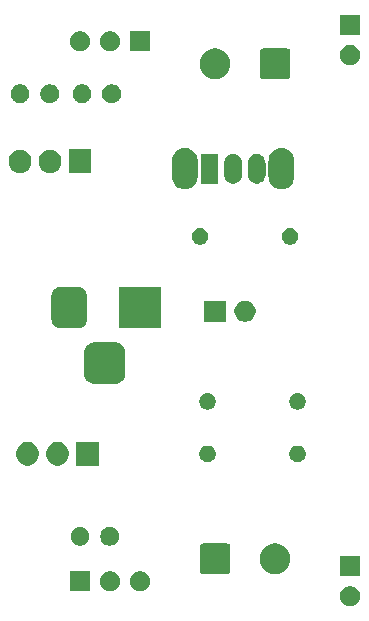
<source format=gbr>
%TF.GenerationSoftware,KiCad,Pcbnew,9.0.2*%
%TF.CreationDate,2025-06-13T20:10:21+08:00*%
%TF.ProjectId,Breadboard Power Supply,42726561-6462-46f6-9172-6420506f7765,1*%
%TF.SameCoordinates,Original*%
%TF.FileFunction,Soldermask,Top*%
%TF.FilePolarity,Negative*%
%FSLAX46Y46*%
G04 Gerber Fmt 4.6, Leading zero omitted, Abs format (unit mm)*
G04 Created by KiCad (PCBNEW 9.0.2) date 2025-06-13 20:10:21*
%MOMM*%
%LPD*%
G01*
G04 APERTURE LIST*
G04 APERTURE END LIST*
G36*
X150741742Y-111576601D02*
G01*
X150895687Y-111640367D01*
X151034234Y-111732941D01*
X151152059Y-111850766D01*
X151244633Y-111989313D01*
X151308399Y-112143258D01*
X151340907Y-112306685D01*
X151340907Y-112473315D01*
X151308399Y-112636742D01*
X151244633Y-112790687D01*
X151152059Y-112929234D01*
X151034234Y-113047059D01*
X150895687Y-113139633D01*
X150741742Y-113203399D01*
X150578315Y-113235907D01*
X150411685Y-113235907D01*
X150248258Y-113203399D01*
X150094313Y-113139633D01*
X149955766Y-113047059D01*
X149837941Y-112929234D01*
X149745367Y-112790687D01*
X149681601Y-112636742D01*
X149649093Y-112473315D01*
X149649093Y-112306685D01*
X149681601Y-112143258D01*
X149745367Y-111989313D01*
X149837941Y-111850766D01*
X149955766Y-111732941D01*
X150094313Y-111640367D01*
X150248258Y-111576601D01*
X150411685Y-111544093D01*
X150578315Y-111544093D01*
X150741742Y-111576601D01*
G37*
G36*
X128485000Y-111975000D02*
G01*
X126785000Y-111975000D01*
X126785000Y-110275000D01*
X128485000Y-110275000D01*
X128485000Y-111975000D01*
G37*
G36*
X130421742Y-110311601D02*
G01*
X130575687Y-110375367D01*
X130714234Y-110467941D01*
X130832059Y-110585766D01*
X130924633Y-110724313D01*
X130988399Y-110878258D01*
X131020907Y-111041685D01*
X131020907Y-111208315D01*
X130988399Y-111371742D01*
X130924633Y-111525687D01*
X130832059Y-111664234D01*
X130714234Y-111782059D01*
X130575687Y-111874633D01*
X130421742Y-111938399D01*
X130258315Y-111970907D01*
X130091685Y-111970907D01*
X129928258Y-111938399D01*
X129774313Y-111874633D01*
X129635766Y-111782059D01*
X129517941Y-111664234D01*
X129425367Y-111525687D01*
X129361601Y-111371742D01*
X129329093Y-111208315D01*
X129329093Y-111041685D01*
X129361601Y-110878258D01*
X129425367Y-110724313D01*
X129517941Y-110585766D01*
X129635766Y-110467941D01*
X129774313Y-110375367D01*
X129928258Y-110311601D01*
X130091685Y-110279093D01*
X130258315Y-110279093D01*
X130421742Y-110311601D01*
G37*
G36*
X132961742Y-110311601D02*
G01*
X133115687Y-110375367D01*
X133254234Y-110467941D01*
X133372059Y-110585766D01*
X133464633Y-110724313D01*
X133528399Y-110878258D01*
X133560907Y-111041685D01*
X133560907Y-111208315D01*
X133528399Y-111371742D01*
X133464633Y-111525687D01*
X133372059Y-111664234D01*
X133254234Y-111782059D01*
X133115687Y-111874633D01*
X132961742Y-111938399D01*
X132798315Y-111970907D01*
X132631685Y-111970907D01*
X132468258Y-111938399D01*
X132314313Y-111874633D01*
X132175766Y-111782059D01*
X132057941Y-111664234D01*
X131965367Y-111525687D01*
X131901601Y-111371742D01*
X131869093Y-111208315D01*
X131869093Y-111041685D01*
X131901601Y-110878258D01*
X131965367Y-110724313D01*
X132057941Y-110585766D01*
X132175766Y-110467941D01*
X132314313Y-110375367D01*
X132468258Y-110311601D01*
X132631685Y-110279093D01*
X132798315Y-110279093D01*
X132961742Y-110311601D01*
G37*
G36*
X151345000Y-110700000D02*
G01*
X149645000Y-110700000D01*
X149645000Y-109000000D01*
X151345000Y-109000000D01*
X151345000Y-110700000D01*
G37*
G36*
X140119850Y-107920964D02*
G01*
X140170040Y-107926787D01*
X140187189Y-107934359D01*
X140210671Y-107939030D01*
X140235810Y-107955827D01*
X140255696Y-107964608D01*
X140269277Y-107978189D01*
X140291777Y-107993223D01*
X140306810Y-108015722D01*
X140320391Y-108029303D01*
X140329170Y-108049186D01*
X140345970Y-108074329D01*
X140350641Y-108097812D01*
X140358212Y-108114959D01*
X140364033Y-108165139D01*
X140365000Y-108170000D01*
X140365000Y-110270000D01*
X140364032Y-110274863D01*
X140358212Y-110325040D01*
X140350641Y-110342185D01*
X140345970Y-110365671D01*
X140329169Y-110390815D01*
X140320391Y-110410696D01*
X140306812Y-110424274D01*
X140291777Y-110446777D01*
X140269274Y-110461812D01*
X140255696Y-110475391D01*
X140235815Y-110484169D01*
X140210671Y-110500970D01*
X140187185Y-110505641D01*
X140170040Y-110513212D01*
X140119861Y-110519032D01*
X140115000Y-110520000D01*
X138015000Y-110520000D01*
X138010138Y-110519032D01*
X137959959Y-110513212D01*
X137942812Y-110505641D01*
X137919329Y-110500970D01*
X137894186Y-110484170D01*
X137874303Y-110475391D01*
X137860722Y-110461810D01*
X137838223Y-110446777D01*
X137823189Y-110424277D01*
X137809608Y-110410696D01*
X137800827Y-110390810D01*
X137784030Y-110365671D01*
X137779359Y-110342189D01*
X137771787Y-110325040D01*
X137765964Y-110274849D01*
X137765000Y-110270000D01*
X137765000Y-108170000D01*
X137765964Y-108165150D01*
X137771787Y-108114959D01*
X137779359Y-108097808D01*
X137784030Y-108074329D01*
X137800826Y-108049191D01*
X137809608Y-108029303D01*
X137823191Y-108015719D01*
X137838223Y-107993223D01*
X137860719Y-107978191D01*
X137874303Y-107964608D01*
X137894191Y-107955826D01*
X137919329Y-107939030D01*
X137942808Y-107934359D01*
X137959959Y-107926787D01*
X138010151Y-107920964D01*
X138015000Y-107920000D01*
X140115000Y-107920000D01*
X140119850Y-107920964D01*
G37*
G36*
X144448479Y-107955919D02*
G01*
X144642488Y-108018957D01*
X144824248Y-108111568D01*
X144989282Y-108231472D01*
X145133528Y-108375718D01*
X145253432Y-108540752D01*
X145346043Y-108722512D01*
X145409081Y-108916521D01*
X145440993Y-109118003D01*
X145440993Y-109321997D01*
X145409081Y-109523479D01*
X145346043Y-109717488D01*
X145253432Y-109899248D01*
X145133528Y-110064282D01*
X144989282Y-110208528D01*
X144824248Y-110328432D01*
X144642488Y-110421043D01*
X144448479Y-110484081D01*
X144246997Y-110515993D01*
X144043003Y-110515993D01*
X143841521Y-110484081D01*
X143647512Y-110421043D01*
X143465752Y-110328432D01*
X143300718Y-110208528D01*
X143156472Y-110064282D01*
X143036568Y-109899248D01*
X142943957Y-109717488D01*
X142880919Y-109523479D01*
X142849007Y-109321997D01*
X142849007Y-109118003D01*
X142880919Y-108916521D01*
X142943957Y-108722512D01*
X143036568Y-108540752D01*
X143156472Y-108375718D01*
X143300718Y-108231472D01*
X143465752Y-108111568D01*
X143647512Y-108018957D01*
X143841521Y-107955919D01*
X144043003Y-107924007D01*
X144246997Y-107924007D01*
X144448479Y-107955919D01*
G37*
G36*
X127867228Y-106549448D02*
G01*
X128012117Y-106609463D01*
X128142515Y-106696592D01*
X128253408Y-106807485D01*
X128340537Y-106937883D01*
X128400552Y-107082772D01*
X128431148Y-107236586D01*
X128431148Y-107393414D01*
X128400552Y-107547228D01*
X128340537Y-107692117D01*
X128253408Y-107822515D01*
X128142515Y-107933408D01*
X128012117Y-108020537D01*
X127867228Y-108080552D01*
X127713414Y-108111148D01*
X127556586Y-108111148D01*
X127402772Y-108080552D01*
X127257883Y-108020537D01*
X127127485Y-107933408D01*
X127016592Y-107822515D01*
X126929463Y-107692117D01*
X126869448Y-107547228D01*
X126838852Y-107393414D01*
X126838852Y-107236586D01*
X126869448Y-107082772D01*
X126929463Y-106937883D01*
X127016592Y-106807485D01*
X127127485Y-106696592D01*
X127257883Y-106609463D01*
X127402772Y-106549448D01*
X127556586Y-106518852D01*
X127713414Y-106518852D01*
X127867228Y-106549448D01*
G37*
G36*
X130367228Y-106549448D02*
G01*
X130512117Y-106609463D01*
X130642515Y-106696592D01*
X130753408Y-106807485D01*
X130840537Y-106937883D01*
X130900552Y-107082772D01*
X130931148Y-107236586D01*
X130931148Y-107393414D01*
X130900552Y-107547228D01*
X130840537Y-107692117D01*
X130753408Y-107822515D01*
X130642515Y-107933408D01*
X130512117Y-108020537D01*
X130367228Y-108080552D01*
X130213414Y-108111148D01*
X130056586Y-108111148D01*
X129902772Y-108080552D01*
X129757883Y-108020537D01*
X129627485Y-107933408D01*
X129516592Y-107822515D01*
X129429463Y-107692117D01*
X129369448Y-107547228D01*
X129338852Y-107393414D01*
X129338852Y-107236586D01*
X129369448Y-107082772D01*
X129429463Y-106937883D01*
X129516592Y-106807485D01*
X129627485Y-106696592D01*
X129757883Y-106609463D01*
X129902772Y-106549448D01*
X130056586Y-106518852D01*
X130213414Y-106518852D01*
X130367228Y-106549448D01*
G37*
G36*
X129222500Y-101330000D02*
G01*
X127317500Y-101330000D01*
X127317500Y-99330000D01*
X129222500Y-99330000D01*
X129222500Y-101330000D01*
G37*
G36*
X123466496Y-99371014D02*
G01*
X123639005Y-99442470D01*
X123794260Y-99546208D01*
X123926292Y-99678240D01*
X124030030Y-99833495D01*
X124101486Y-100006004D01*
X124137913Y-100189139D01*
X124142500Y-100282500D01*
X124142500Y-100377500D01*
X124137913Y-100470861D01*
X124101486Y-100653996D01*
X124030030Y-100826505D01*
X123926292Y-100981760D01*
X123794260Y-101113792D01*
X123639005Y-101217530D01*
X123466496Y-101288986D01*
X123283361Y-101325413D01*
X123096639Y-101325413D01*
X122913504Y-101288986D01*
X122740995Y-101217530D01*
X122585740Y-101113792D01*
X122453708Y-100981760D01*
X122349970Y-100826505D01*
X122278514Y-100653996D01*
X122242087Y-100470861D01*
X122237500Y-100377500D01*
X122237500Y-100282500D01*
X122242087Y-100189139D01*
X122278514Y-100006004D01*
X122349970Y-99833495D01*
X122453708Y-99678240D01*
X122585740Y-99546208D01*
X122740995Y-99442470D01*
X122913504Y-99371014D01*
X123096639Y-99334587D01*
X123283361Y-99334587D01*
X123466496Y-99371014D01*
G37*
G36*
X126006496Y-99371014D02*
G01*
X126179005Y-99442470D01*
X126334260Y-99546208D01*
X126466292Y-99678240D01*
X126570030Y-99833495D01*
X126641486Y-100006004D01*
X126677913Y-100189139D01*
X126682500Y-100282500D01*
X126682500Y-100377500D01*
X126677913Y-100470861D01*
X126641486Y-100653996D01*
X126570030Y-100826505D01*
X126466292Y-100981760D01*
X126334260Y-101113792D01*
X126179005Y-101217530D01*
X126006496Y-101288986D01*
X125823361Y-101325413D01*
X125636639Y-101325413D01*
X125453504Y-101288986D01*
X125280995Y-101217530D01*
X125125740Y-101113792D01*
X124993708Y-100981760D01*
X124889970Y-100826505D01*
X124818514Y-100653996D01*
X124782087Y-100470861D01*
X124777500Y-100377500D01*
X124777500Y-100282500D01*
X124782087Y-100189139D01*
X124818514Y-100006004D01*
X124889970Y-99833495D01*
X124993708Y-99678240D01*
X125125740Y-99546208D01*
X125280995Y-99442470D01*
X125453504Y-99371014D01*
X125636639Y-99334587D01*
X125823361Y-99334587D01*
X126006496Y-99371014D01*
G37*
G36*
X138633199Y-99660142D02*
G01*
X138759978Y-99712655D01*
X138874075Y-99788893D01*
X138971107Y-99885925D01*
X139047345Y-100000022D01*
X139099858Y-100126801D01*
X139126629Y-100261388D01*
X139126629Y-100398612D01*
X139099858Y-100533199D01*
X139047345Y-100659978D01*
X138971107Y-100774075D01*
X138874075Y-100871107D01*
X138759978Y-100947345D01*
X138633199Y-100999858D01*
X138498612Y-101026629D01*
X138361388Y-101026629D01*
X138226801Y-100999858D01*
X138100022Y-100947345D01*
X137985925Y-100871107D01*
X137888893Y-100774075D01*
X137812655Y-100659978D01*
X137760142Y-100533199D01*
X137733371Y-100398612D01*
X137733371Y-100261388D01*
X137760142Y-100126801D01*
X137812655Y-100000022D01*
X137888893Y-99885925D01*
X137985925Y-99788893D01*
X138100022Y-99712655D01*
X138226801Y-99660142D01*
X138361388Y-99633371D01*
X138498612Y-99633371D01*
X138633199Y-99660142D01*
G37*
G36*
X146253199Y-99660142D02*
G01*
X146379978Y-99712655D01*
X146494075Y-99788893D01*
X146591107Y-99885925D01*
X146667345Y-100000022D01*
X146719858Y-100126801D01*
X146746629Y-100261388D01*
X146746629Y-100398612D01*
X146719858Y-100533199D01*
X146667345Y-100659978D01*
X146591107Y-100774075D01*
X146494075Y-100871107D01*
X146379978Y-100947345D01*
X146253199Y-100999858D01*
X146118612Y-101026629D01*
X145981388Y-101026629D01*
X145846801Y-100999858D01*
X145720022Y-100947345D01*
X145605925Y-100871107D01*
X145508893Y-100774075D01*
X145432655Y-100659978D01*
X145380142Y-100533199D01*
X145353371Y-100398612D01*
X145353371Y-100261388D01*
X145380142Y-100126801D01*
X145432655Y-100000022D01*
X145508893Y-99885925D01*
X145605925Y-99788893D01*
X145720022Y-99712655D01*
X145846801Y-99660142D01*
X145981388Y-99633371D01*
X146118612Y-99633371D01*
X146253199Y-99660142D01*
G37*
G36*
X138633199Y-95215142D02*
G01*
X138759978Y-95267655D01*
X138874075Y-95343893D01*
X138971107Y-95440925D01*
X139047345Y-95555022D01*
X139099858Y-95681801D01*
X139126629Y-95816388D01*
X139126629Y-95953612D01*
X139099858Y-96088199D01*
X139047345Y-96214978D01*
X138971107Y-96329075D01*
X138874075Y-96426107D01*
X138759978Y-96502345D01*
X138633199Y-96554858D01*
X138498612Y-96581629D01*
X138361388Y-96581629D01*
X138226801Y-96554858D01*
X138100022Y-96502345D01*
X137985925Y-96426107D01*
X137888893Y-96329075D01*
X137812655Y-96214978D01*
X137760142Y-96088199D01*
X137733371Y-95953612D01*
X137733371Y-95816388D01*
X137760142Y-95681801D01*
X137812655Y-95555022D01*
X137888893Y-95440925D01*
X137985925Y-95343893D01*
X138100022Y-95267655D01*
X138226801Y-95215142D01*
X138361388Y-95188371D01*
X138498612Y-95188371D01*
X138633199Y-95215142D01*
G37*
G36*
X146253199Y-95215142D02*
G01*
X146379978Y-95267655D01*
X146494075Y-95343893D01*
X146591107Y-95440925D01*
X146667345Y-95555022D01*
X146719858Y-95681801D01*
X146746629Y-95816388D01*
X146746629Y-95953612D01*
X146719858Y-96088199D01*
X146667345Y-96214978D01*
X146591107Y-96329075D01*
X146494075Y-96426107D01*
X146379978Y-96502345D01*
X146253199Y-96554858D01*
X146118612Y-96581629D01*
X145981388Y-96581629D01*
X145846801Y-96554858D01*
X145720022Y-96502345D01*
X145605925Y-96426107D01*
X145508893Y-96329075D01*
X145432655Y-96214978D01*
X145380142Y-96088199D01*
X145353371Y-95953612D01*
X145353371Y-95816388D01*
X145380142Y-95681801D01*
X145432655Y-95555022D01*
X145508893Y-95440925D01*
X145605925Y-95343893D01*
X145720022Y-95267655D01*
X145846801Y-95215142D01*
X145981388Y-95188371D01*
X146118612Y-95188371D01*
X146253199Y-95215142D01*
G37*
G36*
X130708125Y-90900510D02*
G01*
X130716782Y-90902662D01*
X130726059Y-90903393D01*
X130807944Y-90925333D01*
X130891741Y-90946173D01*
X130898818Y-90949683D01*
X130903457Y-90950926D01*
X130981395Y-90990637D01*
X131061247Y-91030241D01*
X131064929Y-91033200D01*
X131066376Y-91033938D01*
X131137826Y-91091797D01*
X131208718Y-91148782D01*
X131265727Y-91219705D01*
X131323561Y-91291123D01*
X131324297Y-91292569D01*
X131327259Y-91296253D01*
X131366880Y-91376141D01*
X131406573Y-91454042D01*
X131407815Y-91458678D01*
X131411327Y-91465759D01*
X131432175Y-91549593D01*
X131454106Y-91631440D01*
X131454835Y-91640712D01*
X131456990Y-91649375D01*
X131465000Y-91767500D01*
X131465000Y-93517500D01*
X131456990Y-93635625D01*
X131454835Y-93644288D01*
X131454106Y-93653559D01*
X131432178Y-93735392D01*
X131411327Y-93819241D01*
X131407814Y-93826322D01*
X131406573Y-93830957D01*
X131366898Y-93908821D01*
X131327259Y-93988747D01*
X131324296Y-93992432D01*
X131323561Y-93993876D01*
X131265837Y-94065158D01*
X131208718Y-94136218D01*
X131137658Y-94193337D01*
X131066376Y-94251061D01*
X131064932Y-94251796D01*
X131061247Y-94254759D01*
X130981321Y-94294398D01*
X130903457Y-94334073D01*
X130898822Y-94335314D01*
X130891741Y-94338827D01*
X130807892Y-94359678D01*
X130726059Y-94381606D01*
X130716788Y-94382335D01*
X130708125Y-94384490D01*
X130590000Y-94392500D01*
X128840000Y-94392500D01*
X128721875Y-94384490D01*
X128713212Y-94382335D01*
X128703940Y-94381606D01*
X128622093Y-94359675D01*
X128538259Y-94338827D01*
X128531178Y-94335315D01*
X128526542Y-94334073D01*
X128448641Y-94294380D01*
X128368753Y-94254759D01*
X128365069Y-94251797D01*
X128363623Y-94251061D01*
X128292205Y-94193227D01*
X128221282Y-94136218D01*
X128164297Y-94065326D01*
X128106438Y-93993876D01*
X128105700Y-93992429D01*
X128102741Y-93988747D01*
X128063137Y-93908895D01*
X128023426Y-93830957D01*
X128022183Y-93826318D01*
X128018673Y-93819241D01*
X127997833Y-93735444D01*
X127975893Y-93653559D01*
X127975162Y-93644282D01*
X127973010Y-93635625D01*
X127965000Y-93517500D01*
X127965000Y-91767500D01*
X127973010Y-91649375D01*
X127975162Y-91640718D01*
X127975893Y-91631440D01*
X127997837Y-91549541D01*
X128018673Y-91465759D01*
X128022182Y-91458682D01*
X128023426Y-91454042D01*
X128063156Y-91376067D01*
X128102741Y-91296253D01*
X128105699Y-91292572D01*
X128106438Y-91291123D01*
X128164406Y-91219537D01*
X128221282Y-91148782D01*
X128292037Y-91091906D01*
X128363623Y-91033938D01*
X128365072Y-91033199D01*
X128368753Y-91030241D01*
X128448567Y-90990656D01*
X128526542Y-90950926D01*
X128531182Y-90949682D01*
X128538259Y-90946173D01*
X128622041Y-90925337D01*
X128703940Y-90903393D01*
X128713218Y-90902662D01*
X128721875Y-90900510D01*
X128840000Y-90892500D01*
X130590000Y-90892500D01*
X130708125Y-90900510D01*
G37*
G36*
X127616663Y-86207995D02*
G01*
X127625683Y-86210984D01*
X127631807Y-86211674D01*
X127703961Y-86236922D01*
X127781964Y-86262769D01*
X127787388Y-86266114D01*
X127790247Y-86267115D01*
X127856422Y-86308695D01*
X127930177Y-86354188D01*
X128053312Y-86477323D01*
X128098823Y-86551109D01*
X128140384Y-86617252D01*
X128141383Y-86620109D01*
X128144731Y-86625536D01*
X128170592Y-86703583D01*
X128195825Y-86775693D01*
X128196514Y-86781811D01*
X128199505Y-86790837D01*
X128215000Y-86942500D01*
X128215000Y-88942500D01*
X128199505Y-89094163D01*
X128196514Y-89103188D01*
X128195825Y-89109307D01*
X128170595Y-89181407D01*
X128144731Y-89259464D01*
X128141383Y-89264891D01*
X128140384Y-89267747D01*
X128098857Y-89333836D01*
X128053312Y-89407677D01*
X127930177Y-89530812D01*
X127856336Y-89576357D01*
X127790247Y-89617884D01*
X127787391Y-89618883D01*
X127781964Y-89622231D01*
X127703897Y-89648099D01*
X127631806Y-89673325D01*
X127625688Y-89674014D01*
X127616663Y-89677005D01*
X127465000Y-89692500D01*
X125965000Y-89692500D01*
X125813337Y-89677005D01*
X125804312Y-89674014D01*
X125798192Y-89673325D01*
X125726073Y-89648089D01*
X125648036Y-89622231D01*
X125642609Y-89618883D01*
X125639752Y-89617884D01*
X125573609Y-89576323D01*
X125499823Y-89530812D01*
X125376688Y-89407677D01*
X125331195Y-89333922D01*
X125289615Y-89267747D01*
X125288614Y-89264888D01*
X125285269Y-89259464D01*
X125259418Y-89181451D01*
X125234174Y-89109306D01*
X125233484Y-89103184D01*
X125230495Y-89094163D01*
X125215000Y-88942500D01*
X125215000Y-86942500D01*
X125230495Y-86790837D01*
X125233483Y-86781816D01*
X125234174Y-86775692D01*
X125259428Y-86703519D01*
X125285269Y-86625536D01*
X125288613Y-86620113D01*
X125289615Y-86617252D01*
X125331229Y-86551022D01*
X125376688Y-86477323D01*
X125499823Y-86354188D01*
X125573522Y-86308729D01*
X125639752Y-86267115D01*
X125642613Y-86266113D01*
X125648036Y-86262769D01*
X125726029Y-86236925D01*
X125798193Y-86211674D01*
X125804316Y-86210984D01*
X125813337Y-86207995D01*
X125965000Y-86192500D01*
X127465000Y-86192500D01*
X127616663Y-86207995D01*
G37*
G36*
X134465000Y-89692500D02*
G01*
X130965000Y-89692500D01*
X130965000Y-86192500D01*
X134465000Y-86192500D01*
X134465000Y-89692500D01*
G37*
G36*
X139965000Y-89165000D02*
G01*
X138165000Y-89165000D01*
X138165000Y-87365000D01*
X139965000Y-87365000D01*
X139965000Y-89165000D01*
G37*
G36*
X141866256Y-87403754D02*
G01*
X142029257Y-87471271D01*
X142175954Y-87569291D01*
X142300709Y-87694046D01*
X142398729Y-87840743D01*
X142466246Y-88003744D01*
X142500666Y-88176785D01*
X142500666Y-88353215D01*
X142466246Y-88526256D01*
X142398729Y-88689257D01*
X142300709Y-88835954D01*
X142175954Y-88960709D01*
X142029257Y-89058729D01*
X141866256Y-89126246D01*
X141693215Y-89160666D01*
X141516785Y-89160666D01*
X141343744Y-89126246D01*
X141180743Y-89058729D01*
X141034046Y-88960709D01*
X140909291Y-88835954D01*
X140811271Y-88689257D01*
X140743754Y-88526256D01*
X140709334Y-88353215D01*
X140709334Y-88176785D01*
X140743754Y-88003744D01*
X140811271Y-87840743D01*
X140909291Y-87694046D01*
X141034046Y-87569291D01*
X141180743Y-87471271D01*
X141343744Y-87403754D01*
X141516785Y-87369334D01*
X141693215Y-87369334D01*
X141866256Y-87403754D01*
G37*
G36*
X137998199Y-81245142D02*
G01*
X138124978Y-81297655D01*
X138239075Y-81373893D01*
X138336107Y-81470925D01*
X138412345Y-81585022D01*
X138464858Y-81711801D01*
X138491629Y-81846388D01*
X138491629Y-81983612D01*
X138464858Y-82118199D01*
X138412345Y-82244978D01*
X138336107Y-82359075D01*
X138239075Y-82456107D01*
X138124978Y-82532345D01*
X137998199Y-82584858D01*
X137863612Y-82611629D01*
X137726388Y-82611629D01*
X137591801Y-82584858D01*
X137465022Y-82532345D01*
X137350925Y-82456107D01*
X137253893Y-82359075D01*
X137177655Y-82244978D01*
X137125142Y-82118199D01*
X137098371Y-81983612D01*
X137098371Y-81846388D01*
X137125142Y-81711801D01*
X137177655Y-81585022D01*
X137253893Y-81470925D01*
X137350925Y-81373893D01*
X137465022Y-81297655D01*
X137591801Y-81245142D01*
X137726388Y-81218371D01*
X137863612Y-81218371D01*
X137998199Y-81245142D01*
G37*
G36*
X145618199Y-81245142D02*
G01*
X145744978Y-81297655D01*
X145859075Y-81373893D01*
X145956107Y-81470925D01*
X146032345Y-81585022D01*
X146084858Y-81711801D01*
X146111629Y-81846388D01*
X146111629Y-81983612D01*
X146084858Y-82118199D01*
X146032345Y-82244978D01*
X145956107Y-82359075D01*
X145859075Y-82456107D01*
X145744978Y-82532345D01*
X145618199Y-82584858D01*
X145483612Y-82611629D01*
X145346388Y-82611629D01*
X145211801Y-82584858D01*
X145085022Y-82532345D01*
X144970925Y-82456107D01*
X144873893Y-82359075D01*
X144797655Y-82244978D01*
X144745142Y-82118199D01*
X144718371Y-81983612D01*
X144718371Y-81846388D01*
X144745142Y-81711801D01*
X144797655Y-81585022D01*
X144873893Y-81470925D01*
X144970925Y-81373893D01*
X145085022Y-81297655D01*
X145211801Y-81245142D01*
X145346388Y-81218371D01*
X145483612Y-81218371D01*
X145618199Y-81245142D01*
G37*
G36*
X136746790Y-74480393D02*
G01*
X136910952Y-74533733D01*
X137064748Y-74612096D01*
X137204393Y-74713553D01*
X137326447Y-74835607D01*
X137427904Y-74975252D01*
X137506267Y-75129048D01*
X137559607Y-75293210D01*
X137586609Y-75463695D01*
X137590000Y-75550000D01*
X137590000Y-76850000D01*
X137586609Y-76936305D01*
X137559607Y-77106790D01*
X137506267Y-77270952D01*
X137427904Y-77424748D01*
X137326447Y-77564393D01*
X137204393Y-77686447D01*
X137064748Y-77787904D01*
X136910952Y-77866267D01*
X136746790Y-77919607D01*
X136576305Y-77946609D01*
X136403695Y-77946609D01*
X136233210Y-77919607D01*
X136069048Y-77866267D01*
X135915252Y-77787904D01*
X135775607Y-77686447D01*
X135653553Y-77564393D01*
X135552096Y-77424748D01*
X135473733Y-77270952D01*
X135420393Y-77106790D01*
X135393391Y-76936305D01*
X135390000Y-76850000D01*
X135390000Y-75550000D01*
X135393391Y-75463695D01*
X135420393Y-75293210D01*
X135473733Y-75129048D01*
X135552096Y-74975252D01*
X135653553Y-74835607D01*
X135775607Y-74713553D01*
X135915252Y-74612096D01*
X136069048Y-74533733D01*
X136233210Y-74480393D01*
X136403695Y-74453391D01*
X136576305Y-74453391D01*
X136746790Y-74480393D01*
G37*
G36*
X144946790Y-74480393D02*
G01*
X145110952Y-74533733D01*
X145264748Y-74612096D01*
X145404393Y-74713553D01*
X145526447Y-74835607D01*
X145627904Y-74975252D01*
X145706267Y-75129048D01*
X145759607Y-75293210D01*
X145786609Y-75463695D01*
X145790000Y-75550000D01*
X145790000Y-76850000D01*
X145786609Y-76936305D01*
X145759607Y-77106790D01*
X145706267Y-77270952D01*
X145627904Y-77424748D01*
X145526447Y-77564393D01*
X145404393Y-77686447D01*
X145264748Y-77787904D01*
X145110952Y-77866267D01*
X144946790Y-77919607D01*
X144776305Y-77946609D01*
X144603695Y-77946609D01*
X144433210Y-77919607D01*
X144269048Y-77866267D01*
X144115252Y-77787904D01*
X143975607Y-77686447D01*
X143853553Y-77564393D01*
X143752096Y-77424748D01*
X143673733Y-77270952D01*
X143620393Y-77106790D01*
X143593391Y-76936305D01*
X143590000Y-76850000D01*
X143590000Y-75550000D01*
X143593391Y-75463695D01*
X143620393Y-75293210D01*
X143673733Y-75129048D01*
X143752096Y-74975252D01*
X143853553Y-74835607D01*
X143975607Y-74713553D01*
X144115252Y-74612096D01*
X144269048Y-74533733D01*
X144433210Y-74480393D01*
X144603695Y-74453391D01*
X144776305Y-74453391D01*
X144946790Y-74480393D01*
G37*
G36*
X139340000Y-77450000D02*
G01*
X137840000Y-77450000D01*
X137840000Y-74950000D01*
X139340000Y-74950000D01*
X139340000Y-77450000D01*
G37*
G36*
X140807714Y-74982295D02*
G01*
X140943548Y-75038559D01*
X141065795Y-75120242D01*
X141169758Y-75224205D01*
X141251441Y-75346452D01*
X141307705Y-75482286D01*
X141336389Y-75626487D01*
X141340000Y-75700000D01*
X141340000Y-76700000D01*
X141336389Y-76773513D01*
X141307705Y-76917714D01*
X141251441Y-77053548D01*
X141169758Y-77175795D01*
X141065795Y-77279758D01*
X140943548Y-77361441D01*
X140807714Y-77417705D01*
X140663513Y-77446389D01*
X140516487Y-77446389D01*
X140372286Y-77417705D01*
X140236452Y-77361441D01*
X140114205Y-77279758D01*
X140010242Y-77175795D01*
X139928559Y-77053548D01*
X139872295Y-76917714D01*
X139843611Y-76773513D01*
X139840000Y-76700000D01*
X139840000Y-75700000D01*
X139843611Y-75626487D01*
X139872295Y-75482286D01*
X139928559Y-75346452D01*
X140010242Y-75224205D01*
X140114205Y-75120242D01*
X140236452Y-75038559D01*
X140372286Y-74982295D01*
X140516487Y-74953611D01*
X140663513Y-74953611D01*
X140807714Y-74982295D01*
G37*
G36*
X142807714Y-74982295D02*
G01*
X142943548Y-75038559D01*
X143065795Y-75120242D01*
X143169758Y-75224205D01*
X143251441Y-75346452D01*
X143307705Y-75482286D01*
X143336389Y-75626487D01*
X143340000Y-75700000D01*
X143340000Y-76700000D01*
X143336389Y-76773513D01*
X143307705Y-76917714D01*
X143251441Y-77053548D01*
X143169758Y-77175795D01*
X143065795Y-77279758D01*
X142943548Y-77361441D01*
X142807714Y-77417705D01*
X142663513Y-77446389D01*
X142516487Y-77446389D01*
X142372286Y-77417705D01*
X142236452Y-77361441D01*
X142114205Y-77279758D01*
X142010242Y-77175795D01*
X141928559Y-77053548D01*
X141872295Y-76917714D01*
X141843611Y-76773513D01*
X141840000Y-76700000D01*
X141840000Y-75700000D01*
X141843611Y-75626487D01*
X141872295Y-75482286D01*
X141928559Y-75346452D01*
X142010242Y-75224205D01*
X142114205Y-75120242D01*
X142236452Y-75038559D01*
X142372286Y-74982295D01*
X142516487Y-74953611D01*
X142663513Y-74953611D01*
X142807714Y-74982295D01*
G37*
G36*
X128587500Y-76565000D02*
G01*
X126682500Y-76565000D01*
X126682500Y-74565000D01*
X128587500Y-74565000D01*
X128587500Y-76565000D01*
G37*
G36*
X122831496Y-74606014D02*
G01*
X123004005Y-74677470D01*
X123159260Y-74781208D01*
X123291292Y-74913240D01*
X123395030Y-75068495D01*
X123466486Y-75241004D01*
X123502913Y-75424139D01*
X123507500Y-75517500D01*
X123507500Y-75612500D01*
X123502913Y-75705861D01*
X123466486Y-75888996D01*
X123395030Y-76061505D01*
X123291292Y-76216760D01*
X123159260Y-76348792D01*
X123004005Y-76452530D01*
X122831496Y-76523986D01*
X122648361Y-76560413D01*
X122461639Y-76560413D01*
X122278504Y-76523986D01*
X122105995Y-76452530D01*
X121950740Y-76348792D01*
X121818708Y-76216760D01*
X121714970Y-76061505D01*
X121643514Y-75888996D01*
X121607087Y-75705861D01*
X121602500Y-75612500D01*
X121602500Y-75517500D01*
X121607087Y-75424139D01*
X121643514Y-75241004D01*
X121714970Y-75068495D01*
X121818708Y-74913240D01*
X121950740Y-74781208D01*
X122105995Y-74677470D01*
X122278504Y-74606014D01*
X122461639Y-74569587D01*
X122648361Y-74569587D01*
X122831496Y-74606014D01*
G37*
G36*
X125371496Y-74606014D02*
G01*
X125544005Y-74677470D01*
X125699260Y-74781208D01*
X125831292Y-74913240D01*
X125935030Y-75068495D01*
X126006486Y-75241004D01*
X126042913Y-75424139D01*
X126047500Y-75517500D01*
X126047500Y-75612500D01*
X126042913Y-75705861D01*
X126006486Y-75888996D01*
X125935030Y-76061505D01*
X125831292Y-76216760D01*
X125699260Y-76348792D01*
X125544005Y-76452530D01*
X125371496Y-76523986D01*
X125188361Y-76560413D01*
X125001639Y-76560413D01*
X124818504Y-76523986D01*
X124645995Y-76452530D01*
X124490740Y-76348792D01*
X124358708Y-76216760D01*
X124254970Y-76061505D01*
X124183514Y-75888996D01*
X124147087Y-75705861D01*
X124142500Y-75612500D01*
X124142500Y-75517500D01*
X124147087Y-75424139D01*
X124183514Y-75241004D01*
X124254970Y-75068495D01*
X124358708Y-74913240D01*
X124490740Y-74781208D01*
X124645995Y-74677470D01*
X124818504Y-74606014D01*
X125001639Y-74569587D01*
X125188361Y-74569587D01*
X125371496Y-74606014D01*
G37*
G36*
X122787228Y-69084448D02*
G01*
X122932117Y-69144463D01*
X123062515Y-69231592D01*
X123173408Y-69342485D01*
X123260537Y-69472883D01*
X123320552Y-69617772D01*
X123351148Y-69771586D01*
X123351148Y-69928414D01*
X123320552Y-70082228D01*
X123260537Y-70227117D01*
X123173408Y-70357515D01*
X123062515Y-70468408D01*
X122932117Y-70555537D01*
X122787228Y-70615552D01*
X122633414Y-70646148D01*
X122476586Y-70646148D01*
X122322772Y-70615552D01*
X122177883Y-70555537D01*
X122047485Y-70468408D01*
X121936592Y-70357515D01*
X121849463Y-70227117D01*
X121789448Y-70082228D01*
X121758852Y-69928414D01*
X121758852Y-69771586D01*
X121789448Y-69617772D01*
X121849463Y-69472883D01*
X121936592Y-69342485D01*
X122047485Y-69231592D01*
X122177883Y-69144463D01*
X122322772Y-69084448D01*
X122476586Y-69053852D01*
X122633414Y-69053852D01*
X122787228Y-69084448D01*
G37*
G36*
X125287228Y-69084448D02*
G01*
X125432117Y-69144463D01*
X125562515Y-69231592D01*
X125673408Y-69342485D01*
X125760537Y-69472883D01*
X125820552Y-69617772D01*
X125851148Y-69771586D01*
X125851148Y-69928414D01*
X125820552Y-70082228D01*
X125760537Y-70227117D01*
X125673408Y-70357515D01*
X125562515Y-70468408D01*
X125432117Y-70555537D01*
X125287228Y-70615552D01*
X125133414Y-70646148D01*
X124976586Y-70646148D01*
X124822772Y-70615552D01*
X124677883Y-70555537D01*
X124547485Y-70468408D01*
X124436592Y-70357515D01*
X124349463Y-70227117D01*
X124289448Y-70082228D01*
X124258852Y-69928414D01*
X124258852Y-69771586D01*
X124289448Y-69617772D01*
X124349463Y-69472883D01*
X124436592Y-69342485D01*
X124547485Y-69231592D01*
X124677883Y-69144463D01*
X124822772Y-69084448D01*
X124976586Y-69053852D01*
X125133414Y-69053852D01*
X125287228Y-69084448D01*
G37*
G36*
X128034228Y-69084448D02*
G01*
X128179117Y-69144463D01*
X128309515Y-69231592D01*
X128420408Y-69342485D01*
X128507537Y-69472883D01*
X128567552Y-69617772D01*
X128598148Y-69771586D01*
X128598148Y-69928414D01*
X128567552Y-70082228D01*
X128507537Y-70227117D01*
X128420408Y-70357515D01*
X128309515Y-70468408D01*
X128179117Y-70555537D01*
X128034228Y-70615552D01*
X127880414Y-70646148D01*
X127723586Y-70646148D01*
X127569772Y-70615552D01*
X127424883Y-70555537D01*
X127294485Y-70468408D01*
X127183592Y-70357515D01*
X127096463Y-70227117D01*
X127036448Y-70082228D01*
X127005852Y-69928414D01*
X127005852Y-69771586D01*
X127036448Y-69617772D01*
X127096463Y-69472883D01*
X127183592Y-69342485D01*
X127294485Y-69231592D01*
X127424883Y-69144463D01*
X127569772Y-69084448D01*
X127723586Y-69053852D01*
X127880414Y-69053852D01*
X128034228Y-69084448D01*
G37*
G36*
X130534228Y-69084448D02*
G01*
X130679117Y-69144463D01*
X130809515Y-69231592D01*
X130920408Y-69342485D01*
X131007537Y-69472883D01*
X131067552Y-69617772D01*
X131098148Y-69771586D01*
X131098148Y-69928414D01*
X131067552Y-70082228D01*
X131007537Y-70227117D01*
X130920408Y-70357515D01*
X130809515Y-70468408D01*
X130679117Y-70555537D01*
X130534228Y-70615552D01*
X130380414Y-70646148D01*
X130223586Y-70646148D01*
X130069772Y-70615552D01*
X129924883Y-70555537D01*
X129794485Y-70468408D01*
X129683592Y-70357515D01*
X129596463Y-70227117D01*
X129536448Y-70082228D01*
X129505852Y-69928414D01*
X129505852Y-69771586D01*
X129536448Y-69617772D01*
X129596463Y-69472883D01*
X129683592Y-69342485D01*
X129794485Y-69231592D01*
X129924883Y-69144463D01*
X130069772Y-69084448D01*
X130223586Y-69053852D01*
X130380414Y-69053852D01*
X130534228Y-69084448D01*
G37*
G36*
X145199850Y-66010964D02*
G01*
X145250040Y-66016787D01*
X145267189Y-66024359D01*
X145290671Y-66029030D01*
X145315810Y-66045827D01*
X145335696Y-66054608D01*
X145349277Y-66068189D01*
X145371777Y-66083223D01*
X145386810Y-66105722D01*
X145400391Y-66119303D01*
X145409170Y-66139186D01*
X145425970Y-66164329D01*
X145430641Y-66187812D01*
X145438212Y-66204959D01*
X145444033Y-66255139D01*
X145445000Y-66260000D01*
X145445000Y-68360000D01*
X145444032Y-68364863D01*
X145438212Y-68415040D01*
X145430641Y-68432185D01*
X145425970Y-68455671D01*
X145409169Y-68480815D01*
X145400391Y-68500696D01*
X145386812Y-68514274D01*
X145371777Y-68536777D01*
X145349274Y-68551812D01*
X145335696Y-68565391D01*
X145315815Y-68574169D01*
X145290671Y-68590970D01*
X145267185Y-68595641D01*
X145250040Y-68603212D01*
X145199861Y-68609032D01*
X145195000Y-68610000D01*
X143095000Y-68610000D01*
X143090138Y-68609032D01*
X143039959Y-68603212D01*
X143022812Y-68595641D01*
X142999329Y-68590970D01*
X142974186Y-68574170D01*
X142954303Y-68565391D01*
X142940722Y-68551810D01*
X142918223Y-68536777D01*
X142903189Y-68514277D01*
X142889608Y-68500696D01*
X142880827Y-68480810D01*
X142864030Y-68455671D01*
X142859359Y-68432189D01*
X142851787Y-68415040D01*
X142845964Y-68364849D01*
X142845000Y-68360000D01*
X142845000Y-66260000D01*
X142845964Y-66255150D01*
X142851787Y-66204959D01*
X142859359Y-66187808D01*
X142864030Y-66164329D01*
X142880826Y-66139191D01*
X142889608Y-66119303D01*
X142903191Y-66105719D01*
X142918223Y-66083223D01*
X142940719Y-66068191D01*
X142954303Y-66054608D01*
X142974191Y-66045826D01*
X142999329Y-66029030D01*
X143022808Y-66024359D01*
X143039959Y-66016787D01*
X143090151Y-66010964D01*
X143095000Y-66010000D01*
X145195000Y-66010000D01*
X145199850Y-66010964D01*
G37*
G36*
X139368479Y-66045919D02*
G01*
X139562488Y-66108957D01*
X139744248Y-66201568D01*
X139909282Y-66321472D01*
X140053528Y-66465718D01*
X140173432Y-66630752D01*
X140266043Y-66812512D01*
X140329081Y-67006521D01*
X140360993Y-67208003D01*
X140360993Y-67411997D01*
X140329081Y-67613479D01*
X140266043Y-67807488D01*
X140173432Y-67989248D01*
X140053528Y-68154282D01*
X139909282Y-68298528D01*
X139744248Y-68418432D01*
X139562488Y-68511043D01*
X139368479Y-68574081D01*
X139166997Y-68605993D01*
X138963003Y-68605993D01*
X138761521Y-68574081D01*
X138567512Y-68511043D01*
X138385752Y-68418432D01*
X138220718Y-68298528D01*
X138076472Y-68154282D01*
X137956568Y-67989248D01*
X137863957Y-67807488D01*
X137800919Y-67613479D01*
X137769007Y-67411997D01*
X137769007Y-67208003D01*
X137800919Y-67006521D01*
X137863957Y-66812512D01*
X137956568Y-66630752D01*
X138076472Y-66465718D01*
X138220718Y-66321472D01*
X138385752Y-66201568D01*
X138567512Y-66108957D01*
X138761521Y-66045919D01*
X138963003Y-66014007D01*
X139166997Y-66014007D01*
X139368479Y-66045919D01*
G37*
G36*
X150741742Y-65755001D02*
G01*
X150895687Y-65818767D01*
X151034234Y-65911341D01*
X151152059Y-66029166D01*
X151244633Y-66167713D01*
X151308399Y-66321658D01*
X151340907Y-66485085D01*
X151340907Y-66651715D01*
X151308399Y-66815142D01*
X151244633Y-66969087D01*
X151152059Y-67107634D01*
X151034234Y-67225459D01*
X150895687Y-67318033D01*
X150741742Y-67381799D01*
X150578315Y-67414307D01*
X150411685Y-67414307D01*
X150248258Y-67381799D01*
X150094313Y-67318033D01*
X149955766Y-67225459D01*
X149837941Y-67107634D01*
X149745367Y-66969087D01*
X149681601Y-66815142D01*
X149649093Y-66651715D01*
X149649093Y-66485085D01*
X149681601Y-66321658D01*
X149745367Y-66167713D01*
X149837941Y-66029166D01*
X149955766Y-65911341D01*
X150094313Y-65818767D01*
X150248258Y-65755001D01*
X150411685Y-65722493D01*
X150578315Y-65722493D01*
X150741742Y-65755001D01*
G37*
G36*
X133565000Y-66255000D02*
G01*
X131865000Y-66255000D01*
X131865000Y-64555000D01*
X133565000Y-64555000D01*
X133565000Y-66255000D01*
G37*
G36*
X127881742Y-64591601D02*
G01*
X128035687Y-64655367D01*
X128174234Y-64747941D01*
X128292059Y-64865766D01*
X128384633Y-65004313D01*
X128448399Y-65158258D01*
X128480907Y-65321685D01*
X128480907Y-65488315D01*
X128448399Y-65651742D01*
X128384633Y-65805687D01*
X128292059Y-65944234D01*
X128174234Y-66062059D01*
X128035687Y-66154633D01*
X127881742Y-66218399D01*
X127718315Y-66250907D01*
X127551685Y-66250907D01*
X127388258Y-66218399D01*
X127234313Y-66154633D01*
X127095766Y-66062059D01*
X126977941Y-65944234D01*
X126885367Y-65805687D01*
X126821601Y-65651742D01*
X126789093Y-65488315D01*
X126789093Y-65321685D01*
X126821601Y-65158258D01*
X126885367Y-65004313D01*
X126977941Y-64865766D01*
X127095766Y-64747941D01*
X127234313Y-64655367D01*
X127388258Y-64591601D01*
X127551685Y-64559093D01*
X127718315Y-64559093D01*
X127881742Y-64591601D01*
G37*
G36*
X130421742Y-64591601D02*
G01*
X130575687Y-64655367D01*
X130714234Y-64747941D01*
X130832059Y-64865766D01*
X130924633Y-65004313D01*
X130988399Y-65158258D01*
X131020907Y-65321685D01*
X131020907Y-65488315D01*
X130988399Y-65651742D01*
X130924633Y-65805687D01*
X130832059Y-65944234D01*
X130714234Y-66062059D01*
X130575687Y-66154633D01*
X130421742Y-66218399D01*
X130258315Y-66250907D01*
X130091685Y-66250907D01*
X129928258Y-66218399D01*
X129774313Y-66154633D01*
X129635766Y-66062059D01*
X129517941Y-65944234D01*
X129425367Y-65805687D01*
X129361601Y-65651742D01*
X129329093Y-65488315D01*
X129329093Y-65321685D01*
X129361601Y-65158258D01*
X129425367Y-65004313D01*
X129517941Y-64865766D01*
X129635766Y-64747941D01*
X129774313Y-64655367D01*
X129928258Y-64591601D01*
X130091685Y-64559093D01*
X130258315Y-64559093D01*
X130421742Y-64591601D01*
G37*
G36*
X151345000Y-64878400D02*
G01*
X149645000Y-64878400D01*
X149645000Y-63178400D01*
X151345000Y-63178400D01*
X151345000Y-64878400D01*
G37*
M02*

</source>
